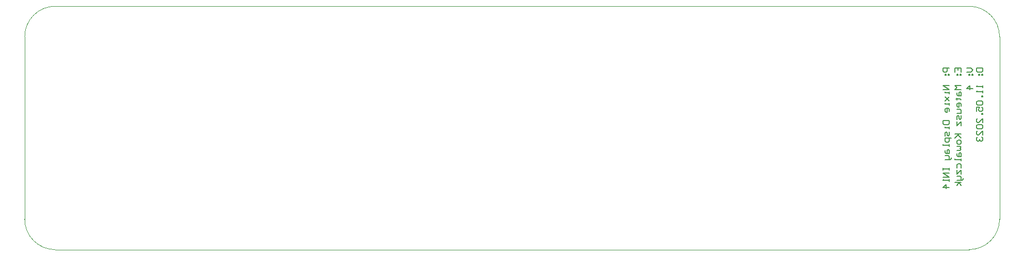
<source format=gbo>
G04*
G04 #@! TF.GenerationSoftware,Altium Limited,Altium Designer,23.4.1 (23)*
G04*
G04 Layer_Color=32896*
%FSAX44Y44*%
%MOMM*%
G71*
G04*
G04 #@! TF.SameCoordinates,1AFE91A9-0CB0-4E6F-966B-FDDC03A74EF8*
G04*
G04*
G04 #@! TF.FilePolarity,Positive*
G04*
G01*
G75*
%ADD13C,0.1524*%
%ADD16C,0.1000*%
D13*
X02817668Y02098476D02*
X02807511D01*
Y02093398D01*
X02809204Y02091705D01*
X02812589D01*
X02814282Y02093398D01*
Y02098476D01*
X02810897Y02088319D02*
Y02086626D01*
X02812589D01*
Y02088319D01*
X02810897D01*
X02815975D02*
Y02086626D01*
X02817668D01*
Y02088319D01*
X02815975D01*
X02817668Y02069699D02*
X02807511D01*
X02817668Y02062928D01*
X02807511D01*
X02817668Y02059542D02*
Y02056156D01*
Y02057849D01*
X02810897D01*
Y02059542D01*
Y02051078D02*
X02817668Y02044307D01*
X02814282Y02047692D01*
X02810897Y02044307D01*
X02817668Y02051078D01*
Y02040921D02*
Y02037536D01*
Y02039229D01*
X02810897D01*
Y02040921D01*
X02817668Y02027379D02*
Y02030764D01*
X02815975Y02032457D01*
X02812589D01*
X02810897Y02030764D01*
Y02027379D01*
X02812589Y02025686D01*
X02814282D01*
Y02032457D01*
X02807511Y02012144D02*
X02817668D01*
Y02007065D01*
X02815975Y02005373D01*
X02809204D01*
X02807511Y02007065D01*
Y02012144D01*
X02817668Y02001987D02*
Y01998602D01*
Y02000294D01*
X02810897D01*
Y02001987D01*
X02817668Y01993523D02*
Y01988445D01*
X02815975Y01986752D01*
X02814282Y01988445D01*
Y01991830D01*
X02812589Y01993523D01*
X02810897Y01991830D01*
Y01986752D01*
X02821053Y01983367D02*
X02810897D01*
Y01978288D01*
X02812589Y01976595D01*
X02815975D01*
X02817668Y01978288D01*
Y01983367D01*
Y01973210D02*
Y01969824D01*
Y01971517D01*
X02807511D01*
Y01973210D01*
X02810897Y01963053D02*
Y01959668D01*
X02812589Y01957975D01*
X02817668D01*
Y01963053D01*
X02815975Y01964746D01*
X02814282Y01963053D01*
Y01957975D01*
X02810897Y01954589D02*
X02815975D01*
X02817668Y01952896D01*
Y01947818D01*
X02819361D01*
X02821053Y01949511D01*
Y01951203D01*
X02817668Y01947818D02*
X02810897D01*
X02807511Y01934276D02*
Y01930890D01*
Y01932583D01*
X02817668D01*
Y01934276D01*
Y01930890D01*
Y01925812D02*
X02807511D01*
X02817668Y01919041D01*
X02807511D01*
X02817668Y01915655D02*
Y01912269D01*
Y01913962D01*
X02807511D01*
X02809204Y01915655D01*
X02817668Y01902113D02*
X02807511D01*
X02812589Y01907191D01*
Y01900420D01*
X02826742Y02091705D02*
Y02098476D01*
X02836899D01*
Y02091705D01*
X02831821Y02098476D02*
Y02095090D01*
X02830128Y02088319D02*
Y02086626D01*
X02831821D01*
Y02088319D01*
X02830128D01*
X02835206D02*
Y02086626D01*
X02836899D01*
Y02088319D01*
X02835206D01*
X02836899Y02069699D02*
X02826742D01*
X02830128Y02066313D01*
X02826742Y02062928D01*
X02836899D01*
X02830128Y02057849D02*
Y02054464D01*
X02831821Y02052771D01*
X02836899D01*
Y02057849D01*
X02835206Y02059542D01*
X02833513Y02057849D01*
Y02052771D01*
X02828435Y02047692D02*
X02830128D01*
Y02049385D01*
Y02046000D01*
Y02047692D01*
X02835206D01*
X02836899Y02046000D01*
Y02035843D02*
Y02039229D01*
X02835206Y02040921D01*
X02831821D01*
X02830128Y02039229D01*
Y02035843D01*
X02831821Y02034150D01*
X02833513D01*
Y02040921D01*
X02830128Y02030764D02*
X02835206D01*
X02836899Y02029072D01*
Y02023993D01*
X02830128D01*
X02836899Y02020608D02*
Y02015529D01*
X02835206Y02013837D01*
X02833513Y02015529D01*
Y02018915D01*
X02831821Y02020608D01*
X02830128Y02018915D01*
Y02013837D01*
Y02010451D02*
Y02003680D01*
X02836899Y02010451D01*
Y02003680D01*
X02826742Y01990138D02*
X02836899D01*
X02833513D01*
X02826742Y01983367D01*
X02831821Y01988445D01*
X02836899Y01983367D01*
Y01978288D02*
Y01974903D01*
X02835206Y01973210D01*
X02831821D01*
X02830128Y01974903D01*
Y01978288D01*
X02831821Y01979981D01*
X02835206D01*
X02836899Y01978288D01*
X02830128Y01969824D02*
X02835206D01*
X02836899Y01968131D01*
X02835206Y01966439D01*
X02836899Y01964746D01*
X02835206Y01963053D01*
X02830128D01*
Y01957975D02*
Y01954589D01*
X02831821Y01952896D01*
X02836899D01*
Y01957975D01*
X02835206Y01959668D01*
X02833513Y01957975D01*
Y01952896D01*
X02836899Y01949511D02*
Y01946125D01*
Y01947818D01*
X02826742D01*
Y01949511D01*
X02830128Y01934276D02*
Y01939354D01*
X02831821Y01941047D01*
X02835206D01*
X02836899Y01939354D01*
Y01934276D01*
X02830128Y01930890D02*
Y01924119D01*
X02836899Y01930890D01*
Y01924119D01*
X02830128Y01920733D02*
X02835206D01*
X02836899Y01919041D01*
Y01913962D01*
X02838592D01*
X02840285Y01915655D01*
Y01917348D01*
X02836899Y01913962D02*
X02830128D01*
X02836899Y01910577D02*
X02826742D01*
X02833513D02*
X02830128Y01905498D01*
X02833513Y01910577D02*
X02836899Y01905498D01*
X02845974Y02098476D02*
X02852745D01*
X02856130Y02095090D01*
X02852745Y02091705D01*
X02845974D01*
X02849359Y02088319D02*
Y02086626D01*
X02851052D01*
Y02088319D01*
X02849359D01*
X02854438D02*
Y02086626D01*
X02856130D01*
Y02088319D01*
X02854438D01*
X02856130Y02064620D02*
X02845974D01*
X02851052Y02069699D01*
Y02062928D01*
X02861819Y02098476D02*
X02871976D01*
Y02093398D01*
X02870283Y02091705D01*
X02863512D01*
X02861819Y02093398D01*
Y02098476D01*
X02865205Y02088319D02*
Y02086626D01*
X02866898D01*
Y02088319D01*
X02865205D01*
X02870283D02*
Y02086626D01*
X02871976D01*
Y02088319D01*
X02870283D01*
X02871976Y02069699D02*
Y02066313D01*
Y02068006D01*
X02861819D01*
X02863512Y02069699D01*
X02871976Y02061235D02*
Y02057849D01*
Y02059542D01*
X02861819D01*
X02863512Y02061235D01*
X02871976Y02052771D02*
X02870283D01*
Y02051078D01*
X02871976D01*
Y02052771D01*
X02863512Y02044307D02*
X02861819Y02042614D01*
Y02039229D01*
X02863512Y02037536D01*
X02870283D01*
X02871976Y02039229D01*
Y02042614D01*
X02870283Y02044307D01*
X02863512D01*
X02861819Y02027379D02*
Y02034150D01*
X02866898D01*
X02865205Y02030764D01*
Y02029072D01*
X02866898Y02027379D01*
X02870283D01*
X02871976Y02029072D01*
Y02032457D01*
X02870283Y02034150D01*
X02871976Y02023993D02*
X02870283D01*
Y02022301D01*
X02871976D01*
Y02023993D01*
Y02008758D02*
Y02015529D01*
X02865205Y02008758D01*
X02863512D01*
X02861819Y02010451D01*
Y02013837D01*
X02863512Y02015529D01*
Y02005373D02*
X02861819Y02003680D01*
Y02000294D01*
X02863512Y01998602D01*
X02870283D01*
X02871976Y02000294D01*
Y02003680D01*
X02870283Y02005373D01*
X02863512D01*
X02871976Y01988445D02*
Y01995216D01*
X02865205Y01988445D01*
X02863512D01*
X02861819Y01990138D01*
Y01993523D01*
X02863512Y01995216D01*
Y01985059D02*
X02861819Y01983367D01*
Y01979981D01*
X02863512Y01978288D01*
X02865205D01*
X02866898Y01979981D01*
Y01981674D01*
Y01979981D01*
X02868590Y01978288D01*
X02870283D01*
X02871976Y01979981D01*
Y01983367D01*
X02870283Y01985059D01*
D16*
X02900000Y02150000D02*
G03*
X02850000Y02200000I-00050000J00000000D01*
G01*
X01350000D02*
G03*
X01300000Y02150000I00000000J-00050000D01*
G01*
X02850000Y01800000D02*
G03*
X02900000Y01850000I00000000J00050000D01*
G01*
X01300000D02*
G03*
X01350000Y01800000I00050000J00000000D01*
G01*
Y02200000D02*
X02850000Y02200000D01*
X02900000Y02150000D02*
X02900000Y01850000D01*
X01350000Y01800000D02*
X02850000Y01800000D01*
X01300000Y01850000D02*
X01300000Y02150000D01*
M02*

</source>
